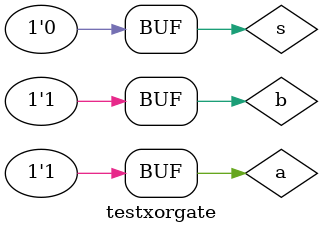
<source format=v>


module xorgate (s, p, q);
 output s;
 input  p, q;
 wire   temp1, temp2, temp3;

 not NOT1 ( temp3, p );
 not NOT2 ( temp4, q );
 and AND1 ( temp1, temp3,   q   );
 and AND2 ( temp2,   p  , temp4 );
 or  OR1  (     s, temp1, temp2 );

endmodule // xor

// ---------------------
// -- test xorgate
// ---------------------

module testxorgate;
 reg   a, b;
 wire  s;
          // instancia
 xor XOR1 (s, a, b);

 initial begin:start
      a=0; b=0;
 end

          // parte principal
 initial begin:main
      $display("Exemplo 05_05 - xxx yyy zzz - 999999");
      $display("Test xor gate");
      $display("\na ^ b = s\n");
      $monitor("%b ^ %b = %b", a, b, s);
  #1  a=0; b=1;
  #1  a=1; b=0;
  #1  a=1; b=1;

 end

endmodule // testxorgate
</source>
